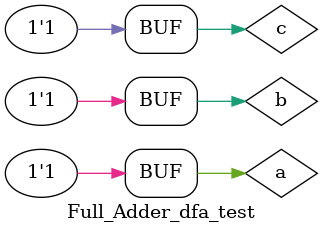
<source format=v>
`timescale 1ns / 1ps


module Full_Adder_dfa_test;

	// Inputs
	reg a;
	reg b;
	reg c;

	// Outputs
	wire s;
	wire co;

	// Instantiate the Unit Under Test (UUT)
	Full_Adder uut (
		.s(s), 
		.co(co), 
		.a(a), 
		.b(b), 
		.c(c)
	);

	initial begin
		// Initialize Inputs
		{a,b,c} = 3'b000;
		#2 {a,b,c} = 3'b001;
		#2 {a,b,c} = 3'b010;
		#2 {a,b,c} = 3'b011;
		#2 {a,b,c} = 3'b100;
		#2 {a,b,c} = 3'b101;
		#2 {a,b,c} = 3'b110;
		#2 {a,b,c} = 3'b111;

		// Wait 100 ns for global reset to finish
		#100;
        
		// Add stimulus here

	end
      
endmodule


</source>
